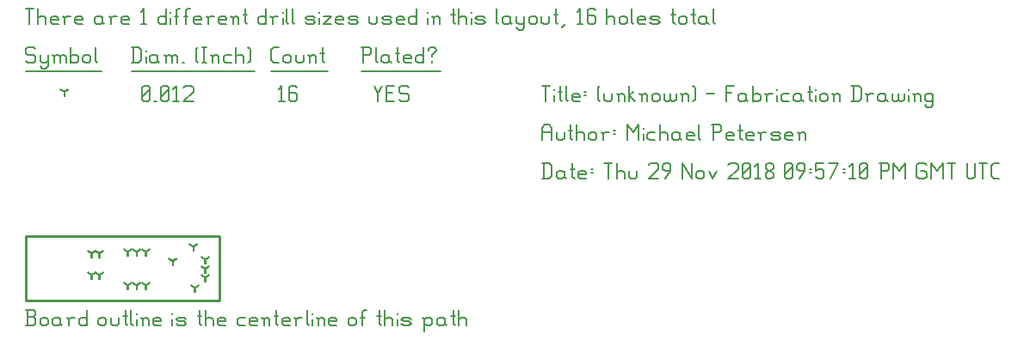
<source format=gbr>
G04 start of page 12 for group -3984 idx -3984 *
G04 Title: (unknown), fab *
G04 Creator: pcb 20140316 *
G04 CreationDate: Thu 29 Nov 2018 09:57:10 PM GMT UTC *
G04 For: railfan *
G04 Format: Gerber/RS-274X *
G04 PCB-Dimensions (mil): 750.00 250.00 *
G04 PCB-Coordinate-Origin: lower left *
%MOIN*%
%FSLAX25Y25*%
%LNFAB*%
%ADD49C,0.0100*%
%ADD48C,0.0075*%
%ADD47C,0.0060*%
%ADD46C,0.0001*%
%ADD45R,0.0080X0.0080*%
G54D45*X25500Y18500D02*Y16900D01*
G54D46*G36*
X24954Y18647D02*X27033Y19846D01*
X27433Y19153D01*
X25353Y17954D01*
X24954Y18647D01*
G37*
G36*
X25647Y17954D02*X23567Y19153D01*
X23967Y19846D01*
X26046Y18647D01*
X25647Y17954D01*
G37*
G54D45*X25500Y10000D02*Y8400D01*
G54D46*G36*
X24954Y10147D02*X27033Y11346D01*
X27433Y10653D01*
X25353Y9454D01*
X24954Y10147D01*
G37*
G36*
X25647Y9454D02*X23567Y10653D01*
X23967Y11346D01*
X26046Y10147D01*
X25647Y9454D01*
G37*
G54D45*X28500Y10000D02*Y8400D01*
G54D46*G36*
X27954Y10147D02*X30033Y11346D01*
X30433Y10653D01*
X28353Y9454D01*
X27954Y10147D01*
G37*
G36*
X28647Y9454D02*X26567Y10653D01*
X26967Y11346D01*
X29046Y10147D01*
X28647Y9454D01*
G37*
G54D45*X28500Y18500D02*Y16900D01*
G54D46*G36*
X27954Y18647D02*X30033Y19846D01*
X30433Y19153D01*
X28353Y17954D01*
X27954Y18647D01*
G37*
G36*
X28647Y17954D02*X26567Y19153D01*
X26967Y19846D01*
X29046Y18647D01*
X28647Y17954D01*
G37*
G54D45*X39500Y19000D02*Y17400D01*
G54D46*G36*
X38954Y19147D02*X41033Y20346D01*
X41433Y19653D01*
X39353Y18454D01*
X38954Y19147D01*
G37*
G36*
X39647Y18454D02*X37567Y19653D01*
X37967Y20346D01*
X40046Y19147D01*
X39647Y18454D01*
G37*
G54D45*X43000Y19000D02*Y17400D01*
G54D46*G36*
X42454Y19147D02*X44533Y20346D01*
X44933Y19653D01*
X42853Y18454D01*
X42454Y19147D01*
G37*
G36*
X43147Y18454D02*X41067Y19653D01*
X41467Y20346D01*
X43546Y19147D01*
X43147Y18454D01*
G37*
G54D45*X46500Y19000D02*Y17400D01*
G54D46*G36*
X45954Y19147D02*X48033Y20346D01*
X48433Y19653D01*
X46353Y18454D01*
X45954Y19147D01*
G37*
G36*
X46647Y18454D02*X44567Y19653D01*
X44967Y20346D01*
X47046Y19147D01*
X46647Y18454D01*
G37*
G54D45*X39500Y6000D02*Y4400D01*
G54D46*G36*
X38954Y6147D02*X41033Y7346D01*
X41433Y6653D01*
X39353Y5454D01*
X38954Y6147D01*
G37*
G36*
X39647Y5454D02*X37567Y6653D01*
X37967Y7346D01*
X40046Y6147D01*
X39647Y5454D01*
G37*
G54D45*X43000Y6000D02*Y4400D01*
G54D46*G36*
X42454Y6147D02*X44533Y7346D01*
X44933Y6653D01*
X42853Y5454D01*
X42454Y6147D01*
G37*
G36*
X43147Y5454D02*X41067Y6653D01*
X41467Y7346D01*
X43546Y6147D01*
X43147Y5454D01*
G37*
G54D45*X46500Y6000D02*Y4400D01*
G54D46*G36*
X45954Y6147D02*X48033Y7346D01*
X48433Y6653D01*
X46353Y5454D01*
X45954Y6147D01*
G37*
G36*
X46647Y5454D02*X44567Y6653D01*
X44967Y7346D01*
X47046Y6147D01*
X46647Y5454D01*
G37*
G54D45*X69500Y16000D02*Y14400D01*
G54D46*G36*
X68954Y16147D02*X71033Y17346D01*
X71433Y16653D01*
X69353Y15454D01*
X68954Y16147D01*
G37*
G36*
X69647Y15454D02*X67567Y16653D01*
X67967Y17346D01*
X70046Y16147D01*
X69647Y15454D01*
G37*
G54D45*X69500Y12500D02*Y10900D01*
G54D46*G36*
X68954Y12647D02*X71033Y13846D01*
X71433Y13153D01*
X69353Y11954D01*
X68954Y12647D01*
G37*
G36*
X69647Y11954D02*X67567Y13153D01*
X67967Y13846D01*
X70046Y12647D01*
X69647Y11954D01*
G37*
G54D45*X69500Y9000D02*Y7400D01*
G54D46*G36*
X68954Y9147D02*X71033Y10346D01*
X71433Y9653D01*
X69353Y8454D01*
X68954Y9147D01*
G37*
G36*
X69647Y8454D02*X67567Y9653D01*
X67967Y10346D01*
X70046Y9147D01*
X69647Y8454D01*
G37*
G54D45*X65559Y5000D02*Y3400D01*
G54D46*G36*
X65013Y5147D02*X67092Y6346D01*
X67492Y5653D01*
X65412Y4454D01*
X65013Y5147D01*
G37*
G36*
X65706Y4454D02*X63626Y5653D01*
X64026Y6346D01*
X66105Y5147D01*
X65706Y4454D01*
G37*
G54D45*X65000Y21000D02*Y19400D01*
G54D46*G36*
X64454Y21147D02*X66533Y22346D01*
X66933Y21653D01*
X64853Y20454D01*
X64454Y21147D01*
G37*
G36*
X65147Y20454D02*X63067Y21653D01*
X63467Y22346D01*
X65546Y21147D01*
X65147Y20454D01*
G37*
G54D45*X57000Y15500D02*Y13900D01*
G54D46*G36*
X56454Y15647D02*X58533Y16846D01*
X58933Y16153D01*
X56853Y14954D01*
X56454Y15647D01*
G37*
G36*
X57147Y14954D02*X55067Y16153D01*
X55467Y16846D01*
X57546Y15647D01*
X57147Y14954D01*
G37*
G54D45*X15000Y81250D02*Y79650D01*
G54D46*G36*
X14454Y81397D02*X16533Y82596D01*
X16933Y81903D01*
X14853Y80704D01*
X14454Y81397D01*
G37*
G36*
X15147Y80704D02*X13067Y81903D01*
X13467Y82596D01*
X15546Y81397D01*
X15147Y80704D01*
G37*
G54D47*X135000Y83500D02*X136500Y80500D01*
X138000Y83500D01*
X136500Y80500D02*Y77500D01*
X139800Y80800D02*X142050D01*
X139800Y77500D02*X142800D01*
X139800Y83500D02*Y77500D01*
Y83500D02*X142800D01*
X147600D02*X148350Y82750D01*
X145350Y83500D02*X147600D01*
X144600Y82750D02*X145350Y83500D01*
X144600Y82750D02*Y81250D01*
X145350Y80500D01*
X147600D01*
X148350Y79750D01*
Y78250D01*
X147600Y77500D02*X148350Y78250D01*
X145350Y77500D02*X147600D01*
X144600Y78250D02*X145350Y77500D01*
X98000Y82300D02*X99200Y83500D01*
Y77500D01*
X98000D02*X100250D01*
X104300Y83500D02*X105050Y82750D01*
X102800Y83500D02*X104300D01*
X102050Y82750D02*X102800Y83500D01*
X102050Y82750D02*Y78250D01*
X102800Y77500D01*
X104300Y80800D02*X105050Y80050D01*
X102050Y80800D02*X104300D01*
X102800Y77500D02*X104300D01*
X105050Y78250D01*
Y80050D02*Y78250D01*
X45000D02*X45750Y77500D01*
X45000Y82750D02*Y78250D01*
Y82750D02*X45750Y83500D01*
X47250D01*
X48000Y82750D01*
Y78250D01*
X47250Y77500D02*X48000Y78250D01*
X45750Y77500D02*X47250D01*
X45000Y79000D02*X48000Y82000D01*
X49800Y77500D02*X50550D01*
X52350Y78250D02*X53100Y77500D01*
X52350Y82750D02*Y78250D01*
Y82750D02*X53100Y83500D01*
X54600D01*
X55350Y82750D01*
Y78250D01*
X54600Y77500D02*X55350Y78250D01*
X53100Y77500D02*X54600D01*
X52350Y79000D02*X55350Y82000D01*
X57150Y82300D02*X58350Y83500D01*
Y77500D01*
X57150D02*X59400D01*
X61200Y82750D02*X61950Y83500D01*
X64200D01*
X64950Y82750D01*
Y81250D01*
X61200Y77500D02*X64950Y81250D01*
X61200Y77500D02*X64950D01*
X3000Y98500D02*X3750Y97750D01*
X750Y98500D02*X3000D01*
X0Y97750D02*X750Y98500D01*
X0Y97750D02*Y96250D01*
X750Y95500D01*
X3000D01*
X3750Y94750D01*
Y93250D01*
X3000Y92500D02*X3750Y93250D01*
X750Y92500D02*X3000D01*
X0Y93250D02*X750Y92500D01*
X5550Y95500D02*Y93250D01*
X6300Y92500D01*
X8550Y95500D02*Y91000D01*
X7800Y90250D02*X8550Y91000D01*
X6300Y90250D02*X7800D01*
X5550Y91000D02*X6300Y90250D01*
Y92500D02*X7800D01*
X8550Y93250D01*
X11100Y94750D02*Y92500D01*
Y94750D02*X11850Y95500D01*
X12600D01*
X13350Y94750D01*
Y92500D01*
Y94750D02*X14100Y95500D01*
X14850D01*
X15600Y94750D01*
Y92500D01*
X10350Y95500D02*X11100Y94750D01*
X17400Y98500D02*Y92500D01*
Y93250D02*X18150Y92500D01*
X19650D01*
X20400Y93250D01*
Y94750D02*Y93250D01*
X19650Y95500D02*X20400Y94750D01*
X18150Y95500D02*X19650D01*
X17400Y94750D02*X18150Y95500D01*
X22200Y94750D02*Y93250D01*
Y94750D02*X22950Y95500D01*
X24450D01*
X25200Y94750D01*
Y93250D01*
X24450Y92500D02*X25200Y93250D01*
X22950Y92500D02*X24450D01*
X22200Y93250D02*X22950Y92500D01*
X27000Y98500D02*Y93250D01*
X27750Y92500D01*
X0Y89250D02*X29250D01*
X41750Y98500D02*Y92500D01*
X43700Y98500D02*X44750Y97450D01*
Y93550D01*
X43700Y92500D02*X44750Y93550D01*
X41000Y92500D02*X43700D01*
X41000Y98500D02*X43700D01*
G54D48*X46550Y97000D02*Y96850D01*
G54D47*Y94750D02*Y92500D01*
X50300Y95500D02*X51050Y94750D01*
X48800Y95500D02*X50300D01*
X48050Y94750D02*X48800Y95500D01*
X48050Y94750D02*Y93250D01*
X48800Y92500D01*
X51050Y95500D02*Y93250D01*
X51800Y92500D01*
X48800D02*X50300D01*
X51050Y93250D01*
X54350Y94750D02*Y92500D01*
Y94750D02*X55100Y95500D01*
X55850D01*
X56600Y94750D01*
Y92500D01*
Y94750D02*X57350Y95500D01*
X58100D01*
X58850Y94750D01*
Y92500D01*
X53600Y95500D02*X54350Y94750D01*
X60650Y92500D02*X61400D01*
X65900Y93250D02*X66650Y92500D01*
X65900Y97750D02*X66650Y98500D01*
X65900Y97750D02*Y93250D01*
X68450Y98500D02*X69950D01*
X69200D02*Y92500D01*
X68450D02*X69950D01*
X72500Y94750D02*Y92500D01*
Y94750D02*X73250Y95500D01*
X74000D01*
X74750Y94750D01*
Y92500D01*
X71750Y95500D02*X72500Y94750D01*
X77300Y95500D02*X79550D01*
X76550Y94750D02*X77300Y95500D01*
X76550Y94750D02*Y93250D01*
X77300Y92500D01*
X79550D01*
X81350Y98500D02*Y92500D01*
Y94750D02*X82100Y95500D01*
X83600D01*
X84350Y94750D01*
Y92500D01*
X86150Y98500D02*X86900Y97750D01*
Y93250D01*
X86150Y92500D02*X86900Y93250D01*
X41000Y89250D02*X88700D01*
X96050Y92500D02*X98000D01*
X95000Y93550D02*X96050Y92500D01*
X95000Y97450D02*Y93550D01*
Y97450D02*X96050Y98500D01*
X98000D01*
X99800Y94750D02*Y93250D01*
Y94750D02*X100550Y95500D01*
X102050D01*
X102800Y94750D01*
Y93250D01*
X102050Y92500D02*X102800Y93250D01*
X100550Y92500D02*X102050D01*
X99800Y93250D02*X100550Y92500D01*
X104600Y95500D02*Y93250D01*
X105350Y92500D01*
X106850D01*
X107600Y93250D01*
Y95500D02*Y93250D01*
X110150Y94750D02*Y92500D01*
Y94750D02*X110900Y95500D01*
X111650D01*
X112400Y94750D01*
Y92500D01*
X109400Y95500D02*X110150Y94750D01*
X114950Y98500D02*Y93250D01*
X115700Y92500D01*
X114200Y96250D02*X115700D01*
X95000Y89250D02*X117200D01*
X130750Y98500D02*Y92500D01*
X130000Y98500D02*X133000D01*
X133750Y97750D01*
Y96250D01*
X133000Y95500D02*X133750Y96250D01*
X130750Y95500D02*X133000D01*
X135550Y98500D02*Y93250D01*
X136300Y92500D01*
X140050Y95500D02*X140800Y94750D01*
X138550Y95500D02*X140050D01*
X137800Y94750D02*X138550Y95500D01*
X137800Y94750D02*Y93250D01*
X138550Y92500D01*
X140800Y95500D02*Y93250D01*
X141550Y92500D01*
X138550D02*X140050D01*
X140800Y93250D01*
X144100Y98500D02*Y93250D01*
X144850Y92500D01*
X143350Y96250D02*X144850D01*
X147100Y92500D02*X149350D01*
X146350Y93250D02*X147100Y92500D01*
X146350Y94750D02*Y93250D01*
Y94750D02*X147100Y95500D01*
X148600D01*
X149350Y94750D01*
X146350Y94000D02*X149350D01*
Y94750D02*Y94000D01*
X154150Y98500D02*Y92500D01*
X153400D02*X154150Y93250D01*
X151900Y92500D02*X153400D01*
X151150Y93250D02*X151900Y92500D01*
X151150Y94750D02*Y93250D01*
Y94750D02*X151900Y95500D01*
X153400D01*
X154150Y94750D01*
X157450Y95500D02*Y94750D01*
Y93250D02*Y92500D01*
X155950Y97750D02*Y97000D01*
Y97750D02*X156700Y98500D01*
X158200D01*
X158950Y97750D01*
Y97000D01*
X157450Y95500D02*X158950Y97000D01*
X130000Y89250D02*X160750D01*
X0Y113500D02*X3000D01*
X1500D02*Y107500D01*
X4800Y113500D02*Y107500D01*
Y109750D02*X5550Y110500D01*
X7050D01*
X7800Y109750D01*
Y107500D01*
X10350D02*X12600D01*
X9600Y108250D02*X10350Y107500D01*
X9600Y109750D02*Y108250D01*
Y109750D02*X10350Y110500D01*
X11850D01*
X12600Y109750D01*
X9600Y109000D02*X12600D01*
Y109750D02*Y109000D01*
X15150Y109750D02*Y107500D01*
Y109750D02*X15900Y110500D01*
X17400D01*
X14400D02*X15150Y109750D01*
X19950Y107500D02*X22200D01*
X19200Y108250D02*X19950Y107500D01*
X19200Y109750D02*Y108250D01*
Y109750D02*X19950Y110500D01*
X21450D01*
X22200Y109750D01*
X19200Y109000D02*X22200D01*
Y109750D02*Y109000D01*
X28950Y110500D02*X29700Y109750D01*
X27450Y110500D02*X28950D01*
X26700Y109750D02*X27450Y110500D01*
X26700Y109750D02*Y108250D01*
X27450Y107500D01*
X29700Y110500D02*Y108250D01*
X30450Y107500D01*
X27450D02*X28950D01*
X29700Y108250D01*
X33000Y109750D02*Y107500D01*
Y109750D02*X33750Y110500D01*
X35250D01*
X32250D02*X33000Y109750D01*
X37800Y107500D02*X40050D01*
X37050Y108250D02*X37800Y107500D01*
X37050Y109750D02*Y108250D01*
Y109750D02*X37800Y110500D01*
X39300D01*
X40050Y109750D01*
X37050Y109000D02*X40050D01*
Y109750D02*Y109000D01*
X44550Y112300D02*X45750Y113500D01*
Y107500D01*
X44550D02*X46800D01*
X54300Y113500D02*Y107500D01*
X53550D02*X54300Y108250D01*
X52050Y107500D02*X53550D01*
X51300Y108250D02*X52050Y107500D01*
X51300Y109750D02*Y108250D01*
Y109750D02*X52050Y110500D01*
X53550D01*
X54300Y109750D01*
G54D48*X56100Y112000D02*Y111850D01*
G54D47*Y109750D02*Y107500D01*
X58350Y112750D02*Y107500D01*
Y112750D02*X59100Y113500D01*
X59850D01*
X57600Y110500D02*X59100D01*
X62100Y112750D02*Y107500D01*
Y112750D02*X62850Y113500D01*
X63600D01*
X61350Y110500D02*X62850D01*
X65850Y107500D02*X68100D01*
X65100Y108250D02*X65850Y107500D01*
X65100Y109750D02*Y108250D01*
Y109750D02*X65850Y110500D01*
X67350D01*
X68100Y109750D01*
X65100Y109000D02*X68100D01*
Y109750D02*Y109000D01*
X70650Y109750D02*Y107500D01*
Y109750D02*X71400Y110500D01*
X72900D01*
X69900D02*X70650Y109750D01*
X75450Y107500D02*X77700D01*
X74700Y108250D02*X75450Y107500D01*
X74700Y109750D02*Y108250D01*
Y109750D02*X75450Y110500D01*
X76950D01*
X77700Y109750D01*
X74700Y109000D02*X77700D01*
Y109750D02*Y109000D01*
X80250Y109750D02*Y107500D01*
Y109750D02*X81000Y110500D01*
X81750D01*
X82500Y109750D01*
Y107500D01*
X79500Y110500D02*X80250Y109750D01*
X85050Y113500D02*Y108250D01*
X85800Y107500D01*
X84300Y111250D02*X85800D01*
X93000Y113500D02*Y107500D01*
X92250D02*X93000Y108250D01*
X90750Y107500D02*X92250D01*
X90000Y108250D02*X90750Y107500D01*
X90000Y109750D02*Y108250D01*
Y109750D02*X90750Y110500D01*
X92250D01*
X93000Y109750D01*
X95550D02*Y107500D01*
Y109750D02*X96300Y110500D01*
X97800D01*
X94800D02*X95550Y109750D01*
G54D48*X99600Y112000D02*Y111850D01*
G54D47*Y109750D02*Y107500D01*
X101100Y113500D02*Y108250D01*
X101850Y107500D01*
X103350Y113500D02*Y108250D01*
X104100Y107500D01*
X109050D02*X111300D01*
X112050Y108250D01*
X111300Y109000D02*X112050Y108250D01*
X109050Y109000D02*X111300D01*
X108300Y109750D02*X109050Y109000D01*
X108300Y109750D02*X109050Y110500D01*
X111300D01*
X112050Y109750D01*
X108300Y108250D02*X109050Y107500D01*
G54D48*X113850Y112000D02*Y111850D01*
G54D47*Y109750D02*Y107500D01*
X115350Y110500D02*X118350D01*
X115350Y107500D02*X118350Y110500D01*
X115350Y107500D02*X118350D01*
X120900D02*X123150D01*
X120150Y108250D02*X120900Y107500D01*
X120150Y109750D02*Y108250D01*
Y109750D02*X120900Y110500D01*
X122400D01*
X123150Y109750D01*
X120150Y109000D02*X123150D01*
Y109750D02*Y109000D01*
X125700Y107500D02*X127950D01*
X128700Y108250D01*
X127950Y109000D02*X128700Y108250D01*
X125700Y109000D02*X127950D01*
X124950Y109750D02*X125700Y109000D01*
X124950Y109750D02*X125700Y110500D01*
X127950D01*
X128700Y109750D01*
X124950Y108250D02*X125700Y107500D01*
X133200Y110500D02*Y108250D01*
X133950Y107500D01*
X135450D01*
X136200Y108250D01*
Y110500D02*Y108250D01*
X138750Y107500D02*X141000D01*
X141750Y108250D01*
X141000Y109000D02*X141750Y108250D01*
X138750Y109000D02*X141000D01*
X138000Y109750D02*X138750Y109000D01*
X138000Y109750D02*X138750Y110500D01*
X141000D01*
X141750Y109750D01*
X138000Y108250D02*X138750Y107500D01*
X144300D02*X146550D01*
X143550Y108250D02*X144300Y107500D01*
X143550Y109750D02*Y108250D01*
Y109750D02*X144300Y110500D01*
X145800D01*
X146550Y109750D01*
X143550Y109000D02*X146550D01*
Y109750D02*Y109000D01*
X151350Y113500D02*Y107500D01*
X150600D02*X151350Y108250D01*
X149100Y107500D02*X150600D01*
X148350Y108250D02*X149100Y107500D01*
X148350Y109750D02*Y108250D01*
Y109750D02*X149100Y110500D01*
X150600D01*
X151350Y109750D01*
G54D48*X155850Y112000D02*Y111850D01*
G54D47*Y109750D02*Y107500D01*
X158100Y109750D02*Y107500D01*
Y109750D02*X158850Y110500D01*
X159600D01*
X160350Y109750D01*
Y107500D01*
X157350Y110500D02*X158100Y109750D01*
X165600Y113500D02*Y108250D01*
X166350Y107500D01*
X164850Y111250D02*X166350D01*
X167850Y113500D02*Y107500D01*
Y109750D02*X168600Y110500D01*
X170100D01*
X170850Y109750D01*
Y107500D01*
G54D48*X172650Y112000D02*Y111850D01*
G54D47*Y109750D02*Y107500D01*
X174900D02*X177150D01*
X177900Y108250D01*
X177150Y109000D02*X177900Y108250D01*
X174900Y109000D02*X177150D01*
X174150Y109750D02*X174900Y109000D01*
X174150Y109750D02*X174900Y110500D01*
X177150D01*
X177900Y109750D01*
X174150Y108250D02*X174900Y107500D01*
X182400Y113500D02*Y108250D01*
X183150Y107500D01*
X186900Y110500D02*X187650Y109750D01*
X185400Y110500D02*X186900D01*
X184650Y109750D02*X185400Y110500D01*
X184650Y109750D02*Y108250D01*
X185400Y107500D01*
X187650Y110500D02*Y108250D01*
X188400Y107500D01*
X185400D02*X186900D01*
X187650Y108250D01*
X190200Y110500D02*Y108250D01*
X190950Y107500D01*
X193200Y110500D02*Y106000D01*
X192450Y105250D02*X193200Y106000D01*
X190950Y105250D02*X192450D01*
X190200Y106000D02*X190950Y105250D01*
Y107500D02*X192450D01*
X193200Y108250D01*
X195000Y109750D02*Y108250D01*
Y109750D02*X195750Y110500D01*
X197250D01*
X198000Y109750D01*
Y108250D01*
X197250Y107500D02*X198000Y108250D01*
X195750Y107500D02*X197250D01*
X195000Y108250D02*X195750Y107500D01*
X199800Y110500D02*Y108250D01*
X200550Y107500D01*
X202050D01*
X202800Y108250D01*
Y110500D02*Y108250D01*
X205350Y113500D02*Y108250D01*
X206100Y107500D01*
X204600Y111250D02*X206100D01*
X207600Y106000D02*X209100Y107500D01*
X213600Y112300D02*X214800Y113500D01*
Y107500D01*
X213600D02*X215850D01*
X219900Y113500D02*X220650Y112750D01*
X218400Y113500D02*X219900D01*
X217650Y112750D02*X218400Y113500D01*
X217650Y112750D02*Y108250D01*
X218400Y107500D01*
X219900Y110800D02*X220650Y110050D01*
X217650Y110800D02*X219900D01*
X218400Y107500D02*X219900D01*
X220650Y108250D01*
Y110050D02*Y108250D01*
X225150Y113500D02*Y107500D01*
Y109750D02*X225900Y110500D01*
X227400D01*
X228150Y109750D01*
Y107500D01*
X229950Y109750D02*Y108250D01*
Y109750D02*X230700Y110500D01*
X232200D01*
X232950Y109750D01*
Y108250D01*
X232200Y107500D02*X232950Y108250D01*
X230700Y107500D02*X232200D01*
X229950Y108250D02*X230700Y107500D01*
X234750Y113500D02*Y108250D01*
X235500Y107500D01*
X237750D02*X240000D01*
X237000Y108250D02*X237750Y107500D01*
X237000Y109750D02*Y108250D01*
Y109750D02*X237750Y110500D01*
X239250D01*
X240000Y109750D01*
X237000Y109000D02*X240000D01*
Y109750D02*Y109000D01*
X242550Y107500D02*X244800D01*
X245550Y108250D01*
X244800Y109000D02*X245550Y108250D01*
X242550Y109000D02*X244800D01*
X241800Y109750D02*X242550Y109000D01*
X241800Y109750D02*X242550Y110500D01*
X244800D01*
X245550Y109750D01*
X241800Y108250D02*X242550Y107500D01*
X250800Y113500D02*Y108250D01*
X251550Y107500D01*
X250050Y111250D02*X251550D01*
X253050Y109750D02*Y108250D01*
Y109750D02*X253800Y110500D01*
X255300D01*
X256050Y109750D01*
Y108250D01*
X255300Y107500D02*X256050Y108250D01*
X253800Y107500D02*X255300D01*
X253050Y108250D02*X253800Y107500D01*
X258600Y113500D02*Y108250D01*
X259350Y107500D01*
X257850Y111250D02*X259350D01*
X263100Y110500D02*X263850Y109750D01*
X261600Y110500D02*X263100D01*
X260850Y109750D02*X261600Y110500D01*
X260850Y109750D02*Y108250D01*
X261600Y107500D01*
X263850Y110500D02*Y108250D01*
X264600Y107500D01*
X261600D02*X263100D01*
X263850Y108250D01*
X266400Y113500D02*Y108250D01*
X267150Y107500D01*
G54D49*X0Y25000D02*Y0D01*
X75000Y25000D02*X0D01*
X75000D02*Y0D01*
X0D01*
G54D47*Y-9500D02*X3000D01*
X3750Y-8750D01*
Y-6950D02*Y-8750D01*
X3000Y-6200D02*X3750Y-6950D01*
X750Y-6200D02*X3000D01*
X750Y-3500D02*Y-9500D01*
X0Y-3500D02*X3000D01*
X3750Y-4250D01*
Y-5450D01*
X3000Y-6200D02*X3750Y-5450D01*
X5550Y-7250D02*Y-8750D01*
Y-7250D02*X6300Y-6500D01*
X7800D01*
X8550Y-7250D01*
Y-8750D01*
X7800Y-9500D02*X8550Y-8750D01*
X6300Y-9500D02*X7800D01*
X5550Y-8750D02*X6300Y-9500D01*
X12600Y-6500D02*X13350Y-7250D01*
X11100Y-6500D02*X12600D01*
X10350Y-7250D02*X11100Y-6500D01*
X10350Y-7250D02*Y-8750D01*
X11100Y-9500D01*
X13350Y-6500D02*Y-8750D01*
X14100Y-9500D01*
X11100D02*X12600D01*
X13350Y-8750D01*
X16650Y-7250D02*Y-9500D01*
Y-7250D02*X17400Y-6500D01*
X18900D01*
X15900D02*X16650Y-7250D01*
X23700Y-3500D02*Y-9500D01*
X22950D02*X23700Y-8750D01*
X21450Y-9500D02*X22950D01*
X20700Y-8750D02*X21450Y-9500D01*
X20700Y-7250D02*Y-8750D01*
Y-7250D02*X21450Y-6500D01*
X22950D01*
X23700Y-7250D01*
X28200D02*Y-8750D01*
Y-7250D02*X28950Y-6500D01*
X30450D01*
X31200Y-7250D01*
Y-8750D01*
X30450Y-9500D02*X31200Y-8750D01*
X28950Y-9500D02*X30450D01*
X28200Y-8750D02*X28950Y-9500D01*
X33000Y-6500D02*Y-8750D01*
X33750Y-9500D01*
X35250D01*
X36000Y-8750D01*
Y-6500D02*Y-8750D01*
X38550Y-3500D02*Y-8750D01*
X39300Y-9500D01*
X37800Y-5750D02*X39300D01*
X40800Y-3500D02*Y-8750D01*
X41550Y-9500D01*
G54D48*X43050Y-5000D02*Y-5150D01*
G54D47*Y-7250D02*Y-9500D01*
X45300Y-7250D02*Y-9500D01*
Y-7250D02*X46050Y-6500D01*
X46800D01*
X47550Y-7250D01*
Y-9500D01*
X44550Y-6500D02*X45300Y-7250D01*
X50100Y-9500D02*X52350D01*
X49350Y-8750D02*X50100Y-9500D01*
X49350Y-7250D02*Y-8750D01*
Y-7250D02*X50100Y-6500D01*
X51600D01*
X52350Y-7250D01*
X49350Y-8000D02*X52350D01*
Y-7250D02*Y-8000D01*
G54D48*X56850Y-5000D02*Y-5150D01*
G54D47*Y-7250D02*Y-9500D01*
X59100D02*X61350D01*
X62100Y-8750D01*
X61350Y-8000D02*X62100Y-8750D01*
X59100Y-8000D02*X61350D01*
X58350Y-7250D02*X59100Y-8000D01*
X58350Y-7250D02*X59100Y-6500D01*
X61350D01*
X62100Y-7250D01*
X58350Y-8750D02*X59100Y-9500D01*
X67350Y-3500D02*Y-8750D01*
X68100Y-9500D01*
X66600Y-5750D02*X68100D01*
X69600Y-3500D02*Y-9500D01*
Y-7250D02*X70350Y-6500D01*
X71850D01*
X72600Y-7250D01*
Y-9500D01*
X75150D02*X77400D01*
X74400Y-8750D02*X75150Y-9500D01*
X74400Y-7250D02*Y-8750D01*
Y-7250D02*X75150Y-6500D01*
X76650D01*
X77400Y-7250D01*
X74400Y-8000D02*X77400D01*
Y-7250D02*Y-8000D01*
X82650Y-6500D02*X84900D01*
X81900Y-7250D02*X82650Y-6500D01*
X81900Y-7250D02*Y-8750D01*
X82650Y-9500D01*
X84900D01*
X87450D02*X89700D01*
X86700Y-8750D02*X87450Y-9500D01*
X86700Y-7250D02*Y-8750D01*
Y-7250D02*X87450Y-6500D01*
X88950D01*
X89700Y-7250D01*
X86700Y-8000D02*X89700D01*
Y-7250D02*Y-8000D01*
X92250Y-7250D02*Y-9500D01*
Y-7250D02*X93000Y-6500D01*
X93750D01*
X94500Y-7250D01*
Y-9500D01*
X91500Y-6500D02*X92250Y-7250D01*
X97050Y-3500D02*Y-8750D01*
X97800Y-9500D01*
X96300Y-5750D02*X97800D01*
X100050Y-9500D02*X102300D01*
X99300Y-8750D02*X100050Y-9500D01*
X99300Y-7250D02*Y-8750D01*
Y-7250D02*X100050Y-6500D01*
X101550D01*
X102300Y-7250D01*
X99300Y-8000D02*X102300D01*
Y-7250D02*Y-8000D01*
X104850Y-7250D02*Y-9500D01*
Y-7250D02*X105600Y-6500D01*
X107100D01*
X104100D02*X104850Y-7250D01*
X108900Y-3500D02*Y-8750D01*
X109650Y-9500D01*
G54D48*X111150Y-5000D02*Y-5150D01*
G54D47*Y-7250D02*Y-9500D01*
X113400Y-7250D02*Y-9500D01*
Y-7250D02*X114150Y-6500D01*
X114900D01*
X115650Y-7250D01*
Y-9500D01*
X112650Y-6500D02*X113400Y-7250D01*
X118200Y-9500D02*X120450D01*
X117450Y-8750D02*X118200Y-9500D01*
X117450Y-7250D02*Y-8750D01*
Y-7250D02*X118200Y-6500D01*
X119700D01*
X120450Y-7250D01*
X117450Y-8000D02*X120450D01*
Y-7250D02*Y-8000D01*
X124950Y-7250D02*Y-8750D01*
Y-7250D02*X125700Y-6500D01*
X127200D01*
X127950Y-7250D01*
Y-8750D01*
X127200Y-9500D02*X127950Y-8750D01*
X125700Y-9500D02*X127200D01*
X124950Y-8750D02*X125700Y-9500D01*
X130500Y-4250D02*Y-9500D01*
Y-4250D02*X131250Y-3500D01*
X132000D01*
X129750Y-6500D02*X131250D01*
X136950Y-3500D02*Y-8750D01*
X137700Y-9500D01*
X136200Y-5750D02*X137700D01*
X139200Y-3500D02*Y-9500D01*
Y-7250D02*X139950Y-6500D01*
X141450D01*
X142200Y-7250D01*
Y-9500D01*
G54D48*X144000Y-5000D02*Y-5150D01*
G54D47*Y-7250D02*Y-9500D01*
X146250D02*X148500D01*
X149250Y-8750D01*
X148500Y-8000D02*X149250Y-8750D01*
X146250Y-8000D02*X148500D01*
X145500Y-7250D02*X146250Y-8000D01*
X145500Y-7250D02*X146250Y-6500D01*
X148500D01*
X149250Y-7250D01*
X145500Y-8750D02*X146250Y-9500D01*
X154500Y-7250D02*Y-11750D01*
X153750Y-6500D02*X154500Y-7250D01*
X155250Y-6500D01*
X156750D01*
X157500Y-7250D01*
Y-8750D01*
X156750Y-9500D02*X157500Y-8750D01*
X155250Y-9500D02*X156750D01*
X154500Y-8750D02*X155250Y-9500D01*
X161550Y-6500D02*X162300Y-7250D01*
X160050Y-6500D02*X161550D01*
X159300Y-7250D02*X160050Y-6500D01*
X159300Y-7250D02*Y-8750D01*
X160050Y-9500D01*
X162300Y-6500D02*Y-8750D01*
X163050Y-9500D01*
X160050D02*X161550D01*
X162300Y-8750D01*
X165600Y-3500D02*Y-8750D01*
X166350Y-9500D01*
X164850Y-5750D02*X166350D01*
X167850Y-3500D02*Y-9500D01*
Y-7250D02*X168600Y-6500D01*
X170100D01*
X170850Y-7250D01*
Y-9500D01*
X200750Y53500D02*Y47500D01*
X202700Y53500D02*X203750Y52450D01*
Y48550D01*
X202700Y47500D02*X203750Y48550D01*
X200000Y47500D02*X202700D01*
X200000Y53500D02*X202700D01*
X207800Y50500D02*X208550Y49750D01*
X206300Y50500D02*X207800D01*
X205550Y49750D02*X206300Y50500D01*
X205550Y49750D02*Y48250D01*
X206300Y47500D01*
X208550Y50500D02*Y48250D01*
X209300Y47500D01*
X206300D02*X207800D01*
X208550Y48250D01*
X211850Y53500D02*Y48250D01*
X212600Y47500D01*
X211100Y51250D02*X212600D01*
X214850Y47500D02*X217100D01*
X214100Y48250D02*X214850Y47500D01*
X214100Y49750D02*Y48250D01*
Y49750D02*X214850Y50500D01*
X216350D01*
X217100Y49750D01*
X214100Y49000D02*X217100D01*
Y49750D02*Y49000D01*
X218900Y51250D02*X219650D01*
X218900Y49750D02*X219650D01*
X224150Y53500D02*X227150D01*
X225650D02*Y47500D01*
X228950Y53500D02*Y47500D01*
Y49750D02*X229700Y50500D01*
X231200D01*
X231950Y49750D01*
Y47500D01*
X233750Y50500D02*Y48250D01*
X234500Y47500D01*
X236000D01*
X236750Y48250D01*
Y50500D02*Y48250D01*
X241250Y52750D02*X242000Y53500D01*
X244250D01*
X245000Y52750D01*
Y51250D01*
X241250Y47500D02*X245000Y51250D01*
X241250Y47500D02*X245000D01*
X247550D02*X249800Y50500D01*
Y52750D02*Y50500D01*
X249050Y53500D02*X249800Y52750D01*
X247550Y53500D02*X249050D01*
X246800Y52750D02*X247550Y53500D01*
X246800Y52750D02*Y51250D01*
X247550Y50500D01*
X249800D01*
X254300Y53500D02*Y47500D01*
Y53500D02*X258050Y47500D01*
Y53500D02*Y47500D01*
X259850Y49750D02*Y48250D01*
Y49750D02*X260600Y50500D01*
X262100D01*
X262850Y49750D01*
Y48250D01*
X262100Y47500D02*X262850Y48250D01*
X260600Y47500D02*X262100D01*
X259850Y48250D02*X260600Y47500D01*
X264650Y50500D02*X266150Y47500D01*
X267650Y50500D02*X266150Y47500D01*
X272150Y52750D02*X272900Y53500D01*
X275150D01*
X275900Y52750D01*
Y51250D01*
X272150Y47500D02*X275900Y51250D01*
X272150Y47500D02*X275900D01*
X277700Y48250D02*X278450Y47500D01*
X277700Y52750D02*Y48250D01*
Y52750D02*X278450Y53500D01*
X279950D01*
X280700Y52750D01*
Y48250D01*
X279950Y47500D02*X280700Y48250D01*
X278450Y47500D02*X279950D01*
X277700Y49000D02*X280700Y52000D01*
X282500Y52300D02*X283700Y53500D01*
Y47500D01*
X282500D02*X284750D01*
X286550Y48250D02*X287300Y47500D01*
X286550Y49450D02*Y48250D01*
Y49450D02*X287600Y50500D01*
X288500D01*
X289550Y49450D01*
Y48250D01*
X288800Y47500D02*X289550Y48250D01*
X287300Y47500D02*X288800D01*
X286550Y51550D02*X287600Y50500D01*
X286550Y52750D02*Y51550D01*
Y52750D02*X287300Y53500D01*
X288800D01*
X289550Y52750D01*
Y51550D01*
X288500Y50500D02*X289550Y51550D01*
X294050Y48250D02*X294800Y47500D01*
X294050Y52750D02*Y48250D01*
Y52750D02*X294800Y53500D01*
X296300D01*
X297050Y52750D01*
Y48250D01*
X296300Y47500D02*X297050Y48250D01*
X294800Y47500D02*X296300D01*
X294050Y49000D02*X297050Y52000D01*
X299600Y47500D02*X301850Y50500D01*
Y52750D02*Y50500D01*
X301100Y53500D02*X301850Y52750D01*
X299600Y53500D02*X301100D01*
X298850Y52750D02*X299600Y53500D01*
X298850Y52750D02*Y51250D01*
X299600Y50500D01*
X301850D01*
X303650Y51250D02*X304400D01*
X303650Y49750D02*X304400D01*
X306200Y53500D02*X309200D01*
X306200D02*Y50500D01*
X306950Y51250D01*
X308450D01*
X309200Y50500D01*
Y48250D01*
X308450Y47500D02*X309200Y48250D01*
X306950Y47500D02*X308450D01*
X306200Y48250D02*X306950Y47500D01*
X311750D02*X314750Y53500D01*
X311000D02*X314750D01*
X316550Y51250D02*X317300D01*
X316550Y49750D02*X317300D01*
X319100Y52300D02*X320300Y53500D01*
Y47500D01*
X319100D02*X321350D01*
X323150Y48250D02*X323900Y47500D01*
X323150Y52750D02*Y48250D01*
Y52750D02*X323900Y53500D01*
X325400D01*
X326150Y52750D01*
Y48250D01*
X325400Y47500D02*X326150Y48250D01*
X323900Y47500D02*X325400D01*
X323150Y49000D02*X326150Y52000D01*
X331400Y53500D02*Y47500D01*
X330650Y53500D02*X333650D01*
X334400Y52750D01*
Y51250D01*
X333650Y50500D02*X334400Y51250D01*
X331400Y50500D02*X333650D01*
X336200Y53500D02*Y47500D01*
Y53500D02*X338450Y50500D01*
X340700Y53500D01*
Y47500D01*
X348200Y53500D02*X348950Y52750D01*
X345950Y53500D02*X348200D01*
X345200Y52750D02*X345950Y53500D01*
X345200Y52750D02*Y48250D01*
X345950Y47500D01*
X348200D01*
X348950Y48250D01*
Y49750D02*Y48250D01*
X348200Y50500D02*X348950Y49750D01*
X346700Y50500D02*X348200D01*
X350750Y53500D02*Y47500D01*
Y53500D02*X353000Y50500D01*
X355250Y53500D01*
Y47500D01*
X357050Y53500D02*X360050D01*
X358550D02*Y47500D01*
X364550Y53500D02*Y48250D01*
X365300Y47500D01*
X366800D01*
X367550Y48250D01*
Y53500D02*Y48250D01*
X369350Y53500D02*X372350D01*
X370850D02*Y47500D01*
X375200D02*X377150D01*
X374150Y48550D02*X375200Y47500D01*
X374150Y52450D02*Y48550D01*
Y52450D02*X375200Y53500D01*
X377150D01*
X200000Y67000D02*Y62500D01*
Y67000D02*X201050Y68500D01*
X202700D01*
X203750Y67000D01*
Y62500D01*
X200000Y65500D02*X203750D01*
X205550D02*Y63250D01*
X206300Y62500D01*
X207800D01*
X208550Y63250D01*
Y65500D02*Y63250D01*
X211100Y68500D02*Y63250D01*
X211850Y62500D01*
X210350Y66250D02*X211850D01*
X213350Y68500D02*Y62500D01*
Y64750D02*X214100Y65500D01*
X215600D01*
X216350Y64750D01*
Y62500D01*
X218150Y64750D02*Y63250D01*
Y64750D02*X218900Y65500D01*
X220400D01*
X221150Y64750D01*
Y63250D01*
X220400Y62500D02*X221150Y63250D01*
X218900Y62500D02*X220400D01*
X218150Y63250D02*X218900Y62500D01*
X223700Y64750D02*Y62500D01*
Y64750D02*X224450Y65500D01*
X225950D01*
X222950D02*X223700Y64750D01*
X227750Y66250D02*X228500D01*
X227750Y64750D02*X228500D01*
X233000Y68500D02*Y62500D01*
Y68500D02*X235250Y65500D01*
X237500Y68500D01*
Y62500D01*
G54D48*X239300Y67000D02*Y66850D01*
G54D47*Y64750D02*Y62500D01*
X241550Y65500D02*X243800D01*
X240800Y64750D02*X241550Y65500D01*
X240800Y64750D02*Y63250D01*
X241550Y62500D01*
X243800D01*
X245600Y68500D02*Y62500D01*
Y64750D02*X246350Y65500D01*
X247850D01*
X248600Y64750D01*
Y62500D01*
X252650Y65500D02*X253400Y64750D01*
X251150Y65500D02*X252650D01*
X250400Y64750D02*X251150Y65500D01*
X250400Y64750D02*Y63250D01*
X251150Y62500D01*
X253400Y65500D02*Y63250D01*
X254150Y62500D01*
X251150D02*X252650D01*
X253400Y63250D01*
X256700Y62500D02*X258950D01*
X255950Y63250D02*X256700Y62500D01*
X255950Y64750D02*Y63250D01*
Y64750D02*X256700Y65500D01*
X258200D01*
X258950Y64750D01*
X255950Y64000D02*X258950D01*
Y64750D02*Y64000D01*
X260750Y68500D02*Y63250D01*
X261500Y62500D01*
X266450Y68500D02*Y62500D01*
X265700Y68500D02*X268700D01*
X269450Y67750D01*
Y66250D01*
X268700Y65500D02*X269450Y66250D01*
X266450Y65500D02*X268700D01*
X272000Y62500D02*X274250D01*
X271250Y63250D02*X272000Y62500D01*
X271250Y64750D02*Y63250D01*
Y64750D02*X272000Y65500D01*
X273500D01*
X274250Y64750D01*
X271250Y64000D02*X274250D01*
Y64750D02*Y64000D01*
X276800Y68500D02*Y63250D01*
X277550Y62500D01*
X276050Y66250D02*X277550D01*
X279800Y62500D02*X282050D01*
X279050Y63250D02*X279800Y62500D01*
X279050Y64750D02*Y63250D01*
Y64750D02*X279800Y65500D01*
X281300D01*
X282050Y64750D01*
X279050Y64000D02*X282050D01*
Y64750D02*Y64000D01*
X284600Y64750D02*Y62500D01*
Y64750D02*X285350Y65500D01*
X286850D01*
X283850D02*X284600Y64750D01*
X289400Y62500D02*X291650D01*
X292400Y63250D01*
X291650Y64000D02*X292400Y63250D01*
X289400Y64000D02*X291650D01*
X288650Y64750D02*X289400Y64000D01*
X288650Y64750D02*X289400Y65500D01*
X291650D01*
X292400Y64750D01*
X288650Y63250D02*X289400Y62500D01*
X294950D02*X297200D01*
X294200Y63250D02*X294950Y62500D01*
X294200Y64750D02*Y63250D01*
Y64750D02*X294950Y65500D01*
X296450D01*
X297200Y64750D01*
X294200Y64000D02*X297200D01*
Y64750D02*Y64000D01*
X299750Y64750D02*Y62500D01*
Y64750D02*X300500Y65500D01*
X301250D01*
X302000Y64750D01*
Y62500D01*
X299000Y65500D02*X299750Y64750D01*
X200000Y83500D02*X203000D01*
X201500D02*Y77500D01*
G54D48*X204800Y82000D02*Y81850D01*
G54D47*Y79750D02*Y77500D01*
X207050Y83500D02*Y78250D01*
X207800Y77500D01*
X206300Y81250D02*X207800D01*
X209300Y83500D02*Y78250D01*
X210050Y77500D01*
X212300D02*X214550D01*
X211550Y78250D02*X212300Y77500D01*
X211550Y79750D02*Y78250D01*
Y79750D02*X212300Y80500D01*
X213800D01*
X214550Y79750D01*
X211550Y79000D02*X214550D01*
Y79750D02*Y79000D01*
X216350Y81250D02*X217100D01*
X216350Y79750D02*X217100D01*
X221600Y78250D02*X222350Y77500D01*
X221600Y82750D02*X222350Y83500D01*
X221600Y82750D02*Y78250D01*
X224150Y80500D02*Y78250D01*
X224900Y77500D01*
X226400D01*
X227150Y78250D01*
Y80500D02*Y78250D01*
X229700Y79750D02*Y77500D01*
Y79750D02*X230450Y80500D01*
X231200D01*
X231950Y79750D01*
Y77500D01*
X228950Y80500D02*X229700Y79750D01*
X233750Y83500D02*Y77500D01*
Y79750D02*X236000Y77500D01*
X233750Y79750D02*X235250Y81250D01*
X238550Y79750D02*Y77500D01*
Y79750D02*X239300Y80500D01*
X240050D01*
X240800Y79750D01*
Y77500D01*
X237800Y80500D02*X238550Y79750D01*
X242600D02*Y78250D01*
Y79750D02*X243350Y80500D01*
X244850D01*
X245600Y79750D01*
Y78250D01*
X244850Y77500D02*X245600Y78250D01*
X243350Y77500D02*X244850D01*
X242600Y78250D02*X243350Y77500D01*
X247400Y80500D02*Y78250D01*
X248150Y77500D01*
X248900D01*
X249650Y78250D01*
Y80500D02*Y78250D01*
X250400Y77500D01*
X251150D01*
X251900Y78250D01*
Y80500D02*Y78250D01*
X254450Y79750D02*Y77500D01*
Y79750D02*X255200Y80500D01*
X255950D01*
X256700Y79750D01*
Y77500D01*
X253700Y80500D02*X254450Y79750D01*
X258500Y83500D02*X259250Y82750D01*
Y78250D01*
X258500Y77500D02*X259250Y78250D01*
X263750Y80500D02*X266750D01*
X271250Y83500D02*Y77500D01*
Y83500D02*X274250D01*
X271250Y80800D02*X273500D01*
X278300Y80500D02*X279050Y79750D01*
X276800Y80500D02*X278300D01*
X276050Y79750D02*X276800Y80500D01*
X276050Y79750D02*Y78250D01*
X276800Y77500D01*
X279050Y80500D02*Y78250D01*
X279800Y77500D01*
X276800D02*X278300D01*
X279050Y78250D01*
X281600Y83500D02*Y77500D01*
Y78250D02*X282350Y77500D01*
X283850D01*
X284600Y78250D01*
Y79750D02*Y78250D01*
X283850Y80500D02*X284600Y79750D01*
X282350Y80500D02*X283850D01*
X281600Y79750D02*X282350Y80500D01*
X287150Y79750D02*Y77500D01*
Y79750D02*X287900Y80500D01*
X289400D01*
X286400D02*X287150Y79750D01*
G54D48*X291200Y82000D02*Y81850D01*
G54D47*Y79750D02*Y77500D01*
X293450Y80500D02*X295700D01*
X292700Y79750D02*X293450Y80500D01*
X292700Y79750D02*Y78250D01*
X293450Y77500D01*
X295700D01*
X299750Y80500D02*X300500Y79750D01*
X298250Y80500D02*X299750D01*
X297500Y79750D02*X298250Y80500D01*
X297500Y79750D02*Y78250D01*
X298250Y77500D01*
X300500Y80500D02*Y78250D01*
X301250Y77500D01*
X298250D02*X299750D01*
X300500Y78250D01*
X303800Y83500D02*Y78250D01*
X304550Y77500D01*
X303050Y81250D02*X304550D01*
G54D48*X306050Y82000D02*Y81850D01*
G54D47*Y79750D02*Y77500D01*
X307550Y79750D02*Y78250D01*
Y79750D02*X308300Y80500D01*
X309800D01*
X310550Y79750D01*
Y78250D01*
X309800Y77500D02*X310550Y78250D01*
X308300Y77500D02*X309800D01*
X307550Y78250D02*X308300Y77500D01*
X313100Y79750D02*Y77500D01*
Y79750D02*X313850Y80500D01*
X314600D01*
X315350Y79750D01*
Y77500D01*
X312350Y80500D02*X313100Y79750D01*
X320600Y83500D02*Y77500D01*
X322550Y83500D02*X323600Y82450D01*
Y78550D01*
X322550Y77500D02*X323600Y78550D01*
X319850Y77500D02*X322550D01*
X319850Y83500D02*X322550D01*
X326150Y79750D02*Y77500D01*
Y79750D02*X326900Y80500D01*
X328400D01*
X325400D02*X326150Y79750D01*
X332450Y80500D02*X333200Y79750D01*
X330950Y80500D02*X332450D01*
X330200Y79750D02*X330950Y80500D01*
X330200Y79750D02*Y78250D01*
X330950Y77500D01*
X333200Y80500D02*Y78250D01*
X333950Y77500D01*
X330950D02*X332450D01*
X333200Y78250D01*
X335750Y80500D02*Y78250D01*
X336500Y77500D01*
X337250D01*
X338000Y78250D01*
Y80500D02*Y78250D01*
X338750Y77500D01*
X339500D01*
X340250Y78250D01*
Y80500D02*Y78250D01*
G54D48*X342050Y82000D02*Y81850D01*
G54D47*Y79750D02*Y77500D01*
X344300Y79750D02*Y77500D01*
Y79750D02*X345050Y80500D01*
X345800D01*
X346550Y79750D01*
Y77500D01*
X343550Y80500D02*X344300Y79750D01*
X350600Y80500D02*X351350Y79750D01*
X349100Y80500D02*X350600D01*
X348350Y79750D02*X349100Y80500D01*
X348350Y79750D02*Y78250D01*
X349100Y77500D01*
X350600D01*
X351350Y78250D01*
X348350Y76000D02*X349100Y75250D01*
X350600D01*
X351350Y76000D01*
Y80500D02*Y76000D01*
M02*

</source>
